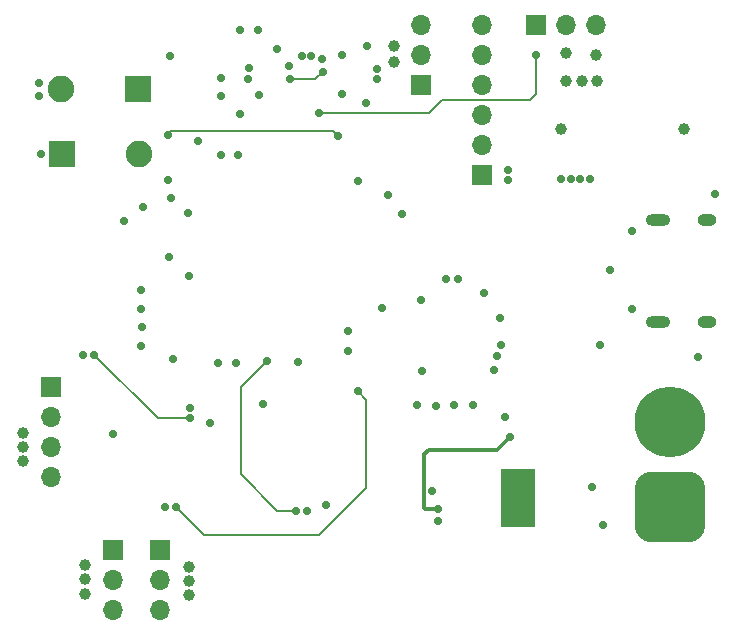
<source format=gbr>
%TF.GenerationSoftware,KiCad,Pcbnew,8.0.5*%
%TF.CreationDate,2024-09-26T23:28:09-07:00*%
%TF.ProjectId,STM32F405 Flight Controller,53544d33-3246-4343-9035-20466c696768,rev?*%
%TF.SameCoordinates,Original*%
%TF.FileFunction,Copper,L4,Bot*%
%TF.FilePolarity,Positive*%
%FSLAX46Y46*%
G04 Gerber Fmt 4.6, Leading zero omitted, Abs format (unit mm)*
G04 Created by KiCad (PCBNEW 8.0.5) date 2024-09-26 23:28:09*
%MOMM*%
%LPD*%
G01*
G04 APERTURE LIST*
G04 Aperture macros list*
%AMRoundRect*
0 Rectangle with rounded corners*
0 $1 Rounding radius*
0 $2 $3 $4 $5 $6 $7 $8 $9 X,Y pos of 4 corners*
0 Add a 4 corners polygon primitive as box body*
4,1,4,$2,$3,$4,$5,$6,$7,$8,$9,$2,$3,0*
0 Add four circle primitives for the rounded corners*
1,1,$1+$1,$2,$3*
1,1,$1+$1,$4,$5*
1,1,$1+$1,$6,$7*
1,1,$1+$1,$8,$9*
0 Add four rect primitives between the rounded corners*
20,1,$1+$1,$2,$3,$4,$5,0*
20,1,$1+$1,$4,$5,$6,$7,0*
20,1,$1+$1,$6,$7,$8,$9,0*
20,1,$1+$1,$8,$9,$2,$3,0*%
G04 Aperture macros list end*
%TA.AperFunction,ComponentPad*%
%ADD10O,2.100000X1.000000*%
%TD*%
%TA.AperFunction,ComponentPad*%
%ADD11O,1.600000X1.000000*%
%TD*%
%TA.AperFunction,ComponentPad*%
%ADD12C,0.600000*%
%TD*%
%TA.AperFunction,SMDPad,CuDef*%
%ADD13R,2.950000X4.900000*%
%TD*%
%TA.AperFunction,ComponentPad*%
%ADD14R,2.250000X2.250000*%
%TD*%
%TA.AperFunction,ComponentPad*%
%ADD15C,2.250000*%
%TD*%
%TA.AperFunction,ComponentPad*%
%ADD16R,1.700000X1.700000*%
%TD*%
%TA.AperFunction,ComponentPad*%
%ADD17O,1.700000X1.700000*%
%TD*%
%TA.AperFunction,ComponentPad*%
%ADD18RoundRect,1.500000X1.500000X-1.500000X1.500000X1.500000X-1.500000X1.500000X-1.500000X-1.500000X0*%
%TD*%
%TA.AperFunction,ComponentPad*%
%ADD19C,6.000000*%
%TD*%
%TA.AperFunction,ViaPad*%
%ADD20C,0.700000*%
%TD*%
%TA.AperFunction,ViaPad*%
%ADD21C,1.000000*%
%TD*%
%TA.AperFunction,Conductor*%
%ADD22C,0.200000*%
%TD*%
%TA.AperFunction,Conductor*%
%ADD23C,0.300000*%
%TD*%
%TA.AperFunction,Conductor*%
%ADD24C,0.500000*%
%TD*%
G04 APERTURE END LIST*
D10*
%TO.P,J1,S1,SHIELD*%
%TO.N,unconnected-(J1-SHIELD-PadS1)_1*%
X182220000Y-88300000D03*
D11*
%TO.N,unconnected-(J1-SHIELD-PadS1)_2*%
X186400000Y-88300000D03*
D10*
%TO.N,unconnected-(J1-SHIELD-PadS1)*%
X182220000Y-79660000D03*
D11*
%TO.N,unconnected-(J1-SHIELD-PadS1)_3*%
X186400000Y-79660000D03*
%TD*%
D12*
%TO.P,U7,9,GND*%
%TO.N,GND*%
X171050000Y-105150000D03*
X171050000Y-103850000D03*
X171050000Y-102550000D03*
X171050000Y-101250000D03*
D13*
X170400000Y-103200000D03*
D12*
X169750000Y-105150000D03*
X169750000Y-103850000D03*
X169750000Y-102550000D03*
X169750000Y-101250000D03*
%TD*%
D14*
%TO.P,SW2,1,1*%
%TO.N,GND*%
X131750000Y-74100000D03*
D15*
%TO.P,SW2,2,2*%
%TO.N,NRST*%
X138250000Y-74100000D03*
%TD*%
D16*
%TO.P,J3,1,Pin_1*%
%TO.N,ESC_1*%
X136075000Y-107600000D03*
D17*
%TO.P,J3,2,Pin_2*%
%TO.N,+5V*%
X136075000Y-110140000D03*
%TO.P,J3,3,Pin_3*%
%TO.N,GND*%
X136075000Y-112680000D03*
%TD*%
D18*
%TO.P,J2,1,Pin_1*%
%TO.N,+BATT*%
X183200000Y-104000000D03*
D19*
%TO.P,J2,2,Pin_2*%
%TO.N,GND*%
X183200000Y-96800000D03*
%TD*%
D16*
%TO.P,J7,1,Pin_1*%
%TO.N,+3.3V*%
X167300000Y-75900000D03*
D17*
%TO.P,J7,2,Pin_2*%
%TO.N,SWDIO*%
X167300000Y-73360000D03*
%TO.P,J7,3,Pin_3*%
%TO.N,SWCLK*%
X167300000Y-70820000D03*
%TO.P,J7,4,Pin_4*%
%TO.N,SWO*%
X167300000Y-68280000D03*
%TO.P,J7,5,Pin_5*%
%TO.N,NRST*%
X167300000Y-65740000D03*
%TO.P,J7,6,Pin_6*%
%TO.N,GND*%
X167300000Y-63200000D03*
%TD*%
D16*
%TO.P,J4,1,Pin_1*%
%TO.N,ESC_2*%
X140100000Y-107625000D03*
D17*
%TO.P,J4,2,Pin_2*%
%TO.N,+5V*%
X140100000Y-110165000D03*
%TO.P,J4,3,Pin_3*%
%TO.N,GND*%
X140100000Y-112705000D03*
%TD*%
D16*
%TO.P,J5,1,Pin_1*%
%TO.N,ESC_3*%
X162200000Y-68300000D03*
D17*
%TO.P,J5,2,Pin_2*%
%TO.N,+5V*%
X162200000Y-65760000D03*
%TO.P,J5,3,Pin_3*%
%TO.N,GND*%
X162200000Y-63220000D03*
%TD*%
D16*
%TO.P,U6,1,TX*%
%TO.N,UART1_TX*%
X130800000Y-93820000D03*
D17*
%TO.P,U6,2,RX*%
%TO.N,UART1_RX*%
X130800000Y-96360000D03*
%TO.P,U6,3,5V*%
%TO.N,+5V*%
X130800000Y-98900000D03*
%TO.P,U6,4,GND*%
%TO.N,GND*%
X130800000Y-101440000D03*
%TD*%
D14*
%TO.P,SW1,1,1*%
%TO.N,BOOT0*%
X138200000Y-68600000D03*
D15*
%TO.P,SW1,2,2*%
%TO.N,+3.3V*%
X131700000Y-68600000D03*
%TD*%
D16*
%TO.P,J6,1,Pin_1*%
%TO.N,ESC_4*%
X171920000Y-63200000D03*
D17*
%TO.P,J6,2,Pin_2*%
%TO.N,+5V*%
X174460000Y-63200000D03*
%TO.P,J6,3,Pin_3*%
%TO.N,GND*%
X177000000Y-63200000D03*
%TD*%
D20*
%TO.N,GND*%
X146683660Y-74224580D03*
X143300000Y-73000000D03*
X180050000Y-80650000D03*
%TO.N,+3.3V*%
X146800000Y-70700000D03*
X174050000Y-76200000D03*
X146509000Y-91843250D03*
X168575000Y-91225000D03*
X129800000Y-68100000D03*
X148361763Y-63630000D03*
X155955750Y-89120000D03*
X148800000Y-95300000D03*
X169500000Y-76300000D03*
X164300000Y-84700000D03*
X138460250Y-90329250D03*
X152069553Y-65821343D03*
X145230000Y-67660237D03*
X158400000Y-67800000D03*
X156800000Y-76400000D03*
X145200000Y-74200000D03*
X136120048Y-97840097D03*
%TO.N,Net-(U7-VCC)*%
X169700000Y-98035000D03*
X163600000Y-104135000D03*
D21*
%TO.N,+5V*%
X159900000Y-65000000D03*
X177050000Y-67900000D03*
X133750000Y-110125000D03*
X128500000Y-98900000D03*
D20*
X177300000Y-90300000D03*
D21*
X142475000Y-111475000D03*
D20*
%TO.N,NRST*%
X140700000Y-72500000D03*
X155100000Y-72600000D03*
%TO.N,ESC_4*%
X153500000Y-70600000D03*
X171920000Y-65700000D03*
D21*
%TO.N,GND*%
X174043517Y-71998576D03*
D20*
X163400000Y-95406574D03*
X151713000Y-91737500D03*
D21*
X177000000Y-65700000D03*
D20*
X163110000Y-102635000D03*
X178187119Y-83915000D03*
X140700000Y-76325000D03*
X141124500Y-91434000D03*
X157557500Y-64965000D03*
X148400000Y-69100000D03*
X167523237Y-85860000D03*
X166571981Y-95362569D03*
X162223237Y-92460000D03*
X164985159Y-95380787D03*
X140965500Y-77800000D03*
X138464500Y-85659250D03*
X156005750Y-90750000D03*
X142500000Y-84400000D03*
X147561970Y-66830046D03*
X176600000Y-102339854D03*
X157527500Y-69770039D03*
X155462915Y-65747224D03*
X155471551Y-69062240D03*
X144285000Y-96908000D03*
X159395116Y-77580000D03*
X137000000Y-79800000D03*
X168950000Y-90300000D03*
X130000000Y-74100000D03*
X140800000Y-82800000D03*
X168325000Y-92375000D03*
X161789860Y-95372681D03*
X177539581Y-105500000D03*
X142411231Y-79107598D03*
X160560000Y-79230000D03*
X169300000Y-96420000D03*
X185649000Y-91330500D03*
X145200000Y-69190237D03*
X158892456Y-87133000D03*
X140914415Y-65840251D03*
X144950000Y-91812250D03*
D21*
X184400000Y-72000000D03*
D20*
X187083000Y-77514000D03*
X168846500Y-87954549D03*
X162200000Y-86500000D03*
X138600000Y-78600000D03*
X150000000Y-65200000D03*
X154100000Y-103800000D03*
X146811763Y-63600000D03*
%TO.N,SDA*%
X153839180Y-67164226D03*
X151100000Y-67800000D03*
%TO.N,Net-(U1-PC5)*%
X156800000Y-94200000D03*
X141400000Y-104000000D03*
%TO.N,BATT_SENSE*%
X142600000Y-96500000D03*
X134500000Y-91100000D03*
%TO.N,MISO*%
X151600000Y-104300000D03*
X149100000Y-91600000D03*
%TO.N,GND*%
X180000000Y-87200000D03*
%TO.N,+3.3V*%
X138497000Y-88743767D03*
%TO.N,GND*%
X142600000Y-95600000D03*
X133500000Y-91100000D03*
X152500000Y-104300000D03*
X140500000Y-104000000D03*
X138468903Y-87274847D03*
X163600000Y-105200000D03*
D21*
%TO.N,+5V*%
X128500000Y-100100000D03*
X174450000Y-67900000D03*
X133750000Y-108925000D03*
X159900000Y-66300000D03*
X142475000Y-109075000D03*
X128500000Y-97700000D03*
X175750000Y-67900000D03*
X174400000Y-65600000D03*
X142475000Y-110275000D03*
X133750000Y-111325000D03*
D20*
%TO.N,+3.3V*%
X175650000Y-76200000D03*
X152869553Y-65821343D03*
X165300000Y-84700000D03*
X147531431Y-67729530D03*
X151000000Y-66700000D03*
X153800000Y-66100000D03*
X129800000Y-69200000D03*
X174850000Y-76200000D03*
X158400000Y-66900000D03*
X169500000Y-75500000D03*
X176450000Y-76200000D03*
%TD*%
D22*
%TO.N,NRST*%
X141000000Y-72200000D02*
X140700000Y-72500000D01*
X154700000Y-72200000D02*
X141000000Y-72200000D01*
X155100000Y-72600000D02*
X154700000Y-72200000D01*
D23*
%TO.N,Net-(U7-VCC)*%
X162410000Y-104045000D02*
X162500000Y-104135000D01*
X169700000Y-98035000D02*
X168600000Y-99135000D01*
X168600000Y-99135000D02*
X162800000Y-99135000D01*
X162410000Y-99525000D02*
X162410000Y-104045000D01*
X162500000Y-104135000D02*
X163600000Y-104135000D01*
X162800000Y-99135000D02*
X162410000Y-99525000D01*
D22*
%TO.N,ESC_4*%
X171900000Y-65720000D02*
X171900000Y-69000000D01*
X171400000Y-69500000D02*
X163900000Y-69500000D01*
X171920000Y-65700000D02*
X171900000Y-65720000D01*
X171900000Y-69000000D02*
X171400000Y-69500000D01*
X162800000Y-70600000D02*
X153500000Y-70600000D01*
X163900000Y-69500000D02*
X162800000Y-70600000D01*
%TO.N,SDA*%
X151100000Y-67800000D02*
X153203406Y-67800000D01*
X153203406Y-67800000D02*
X153839180Y-67164226D01*
%TO.N,Net-(U1-PC5)*%
X143800000Y-106400000D02*
X141400000Y-104000000D01*
X153500000Y-106400000D02*
X143800000Y-106400000D01*
X157500000Y-102400000D02*
X153500000Y-106400000D01*
X157500000Y-94900000D02*
X157500000Y-102400000D01*
X156800000Y-94200000D02*
X157500000Y-94900000D01*
%TO.N,BATT_SENSE*%
X139900000Y-96500000D02*
X142600000Y-96500000D01*
X134500000Y-91100000D02*
X139900000Y-96500000D01*
%TO.N,MISO*%
X146900000Y-101200000D02*
X146900000Y-93800000D01*
X151600000Y-104300000D02*
X150000000Y-104300000D01*
X150000000Y-104300000D02*
X146900000Y-101200000D01*
X146900000Y-93800000D02*
X149100000Y-91600000D01*
D24*
%TO.N,+3.3V*%
X155975750Y-89100000D02*
X155955750Y-89120000D01*
X145169763Y-67600000D02*
X145230000Y-67660237D01*
X146456750Y-91843250D02*
X146509000Y-91843250D01*
X148400000Y-63591763D02*
X148361763Y-63630000D01*
%TD*%
M02*

</source>
